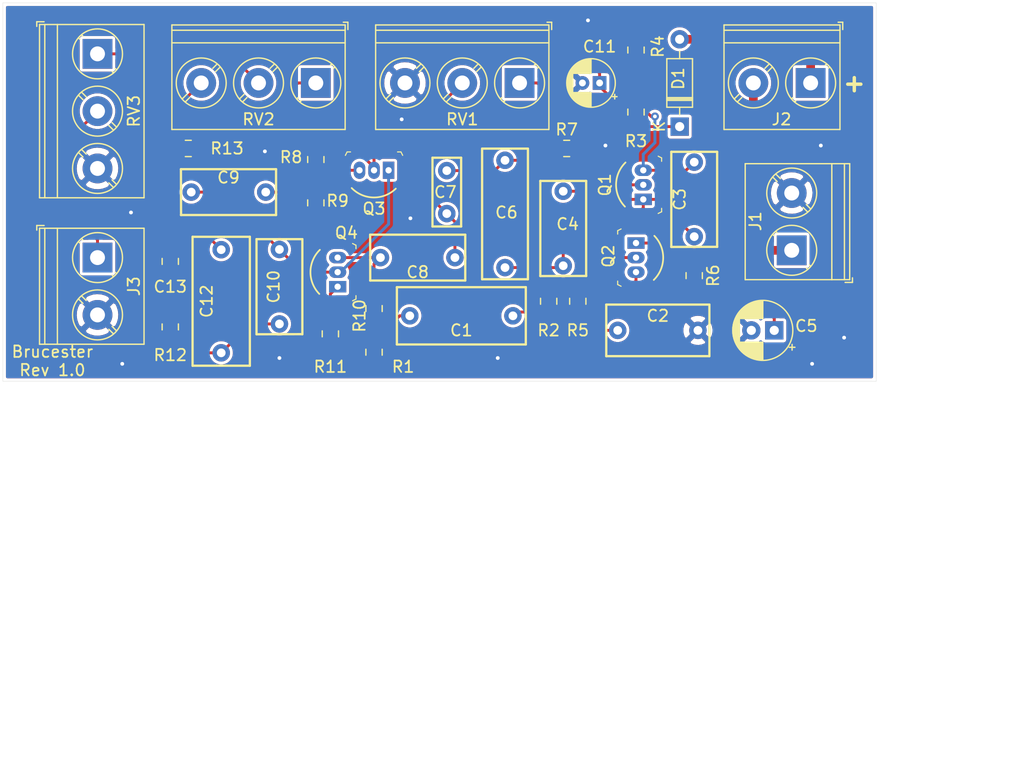
<source format=kicad_pcb>
(kicad_pcb (version 20171130) (host pcbnew "(5.1.0-0)")
  (layers (0 F.Cu signal) (31 B.Cu signal) (34 B.Paste user) (35 F.Paste user) (36 B.SilkS user) (37 F.SilkS user) (38 B.Mask user) (39 F.Mask user) (44 Edge.Cuts user))
  (net 0 "")
  (net 1 "Net-(C1-Pad2)")
  (net 2 "Net-(C1-Pad1)")
  (net 3 GND)
  (net 4 "Net-(C3-Pad1)")
  (net 5 "Net-(C3-Pad2)")
  (net 6 "Net-(C4-Pad1)")
  (net 7 "Net-(C5-Pad1)")
  (net 8 "Net-(C6-Pad2)")
  (net 9 "Net-(C7-Pad1)")
  (net 10 "Net-(C8-Pad1)")
  (net 11 "Net-(C10-Pad2)")
  (net 12 "Net-(C9-Pad2)")
  (net 13 "Net-(C10-Pad1)")
  (net 14 "Net-(C11-Pad1)")
  (net 15 "Net-(C12-Pad1)")
  (net 16 "Net-(C13-Pad2)")
  (net 17 "Net-(D1-Pad2)")
  (net 18 "Net-(J1-Pad1)")
  (net 19 "Net-(J3-Pad1)")
  (net 20 "Net-(Q2-Pad3)")
  (net 21 "Net-(Q4-Pad1)")
  (net 22 "Net-(RV2-Pad2)")
  (module brucester_parts:C_Rect_L11.25mm_W5.0mm_P9.0mm (layer F.Cu) (at 167.005 103.505 180)
    (fp_text reference C1 (at 0 -1.27) (layer F.SilkS))
    (fp_text value 0.01uF)
    (pad 2 thru_hole circle (at 4.5 0 180) (size 1.524 1.524) (drill 0.762) (layers *.Cu *.Mask) (net 1 "Net-(C1-Pad2)"))
    (pad 1 thru_hole circle (at -4.5 0 180) (size 1.524 1.524) (drill 0.762) (layers *.Cu *.Mask) (net 2 "Net-(C1-Pad1)"))
  )
  (module brucester_parts:C_Rect_L9.0mm_W4.5mm_P7.0mm (layer F.Cu) (at 184.15 104.775 180)
    (fp_text reference C2 (at 0 1.27) (layer F.SilkS))
    (fp_text value 24pF)
    (pad 2 thru_hole circle (at 3.5 0 180) (size 1.524 1.524) (drill 0.762) (layers *.Cu *.Mask) (net 2 "Net-(C1-Pad1)"))
    (pad 1 thru_hole circle (at -3.5 0 180) (size 1.524 1.524) (drill 0.762) (layers *.Cu *.Mask) (net 3 GND))
  )
  (module brucester_parts:C_Rect_L8.3mm_W4.0mm_P6.5mm (layer F.Cu) (at 187.325 93.345 90)
    (fp_text reference C3 (at 0 -1.27 90) (layer F.SilkS))
    (fp_text value 0.1uF)
    (pad 1 thru_hole circle (at -3.25 0 90) (size 1.524 1.524) (drill 0.762) (layers *.Cu *.Mask) (net 4 "Net-(C3-Pad1)"))
    (pad 2 thru_hole circle (at 3.25 0 90) (size 1.524 1.524) (drill 0.762) (layers *.Cu *.Mask) (net 5 "Net-(C3-Pad2)"))
  )
  (module brucester_parts:C_Rect_L8.3mm_W4.0mm_P6.5mm (layer F.Cu) (at 175.895 95.885 90)
    (fp_text reference C4 (at 0.381 0.381 180) (layer F.SilkS))
    (fp_text value 0.1uF)
    (pad 2 thru_hole circle (at 3.25 0 90) (size 1.524 1.524) (drill 0.762) (layers *.Cu *.Mask) (net 4 "Net-(C3-Pad1)"))
    (pad 1 thru_hole circle (at -3.25 0 90) (size 1.524 1.524) (drill 0.762) (layers *.Cu *.Mask) (net 6 "Net-(C4-Pad1)"))
  )
  (module Capacitor_THT:CP_Radial_D5.0mm_P2.00mm (layer F.Cu) (at 194.31 104.775 180)
    (fp_text reference C5 (at -2.794 0.381 180) (layer F.SilkS))
    (fp_text value 22uF)
    (pad 1 thru_hole rect (at 0 0 180) (size 1.6 1.6) (drill 0.8) (layers *.Cu *.Mask) (net 7 "Net-(C5-Pad1)"))
    (pad 2 thru_hole circle (at 2 0 180) (size 1.6 1.6) (drill 0.8) (layers *.Cu *.Mask) (net 3 GND))
  )
  (module brucester_parts:C_Rect_L10.75mm_W4.0mm_P9.25mm (layer F.Cu) (at 170.815 94.615 90)
    (fp_text reference C6 (at 0.127 0.127 180) (layer F.SilkS))
    (fp_text value 470pF)
    (pad 2 thru_hole circle (at 4.681 0 90) (size 1.524 1.524) (drill 0.762) (layers *.Cu *.Mask) (net 8 "Net-(C6-Pad2)"))
    (pad 1 thru_hole circle (at -4.681 0 90) (size 1.524 1.524) (drill 0.762) (layers *.Cu *.Mask) (net 6 "Net-(C4-Pad1)"))
  )
  (module brucester_parts:C_Rect_L4.0mm_W2.5mm_P3.75mm (layer F.Cu) (at 165.735 92.71 90)
    (fp_text reference C7 (at 0 -0.127 180) (layer F.SilkS))
    (fp_text value 0.001uF)
    (pad 2 thru_hole circle (at 1.875 0 90) (size 1.524 1.524) (drill 0.762) (layers *.Cu *.Mask) (net 8 "Net-(C6-Pad2)"))
    (pad 1 thru_hole circle (at -1.875 0 90) (size 1.524 1.524) (drill 0.762) (layers *.Cu *.Mask) (net 9 "Net-(C7-Pad1)"))
  )
  (module brucester_parts:C_Rect_L8.3mm_W4.0mm_P6.5mm (layer F.Cu) (at 163.195 98.425)
    (fp_text reference C8 (at 0 1.27 180) (layer F.SilkS))
    (fp_text value 0.1uF)
    (pad 1 thru_hole circle (at -3.25 0) (size 1.524 1.524) (drill 0.762) (layers *.Cu *.Mask) (net 10 "Net-(C8-Pad1)"))
    (pad 2 thru_hole circle (at 3.25 0) (size 1.524 1.524) (drill 0.762) (layers *.Cu *.Mask) (net 9 "Net-(C7-Pad1)"))
  )
  (module brucester_parts:C_Rect_L8.3mm_W4.0mm_P6.5mm (layer F.Cu) (at 146.685 92.71)
    (fp_text reference C9 (at 0 -1.27) (layer F.SilkS))
    (fp_text value 0.1uF)
    (pad 1 thru_hole circle (at -3.25 0) (size 1.524 1.524) (drill 0.762) (layers *.Cu *.Mask) (net 11 "Net-(C10-Pad2)"))
    (pad 2 thru_hole circle (at 3.25 0) (size 1.524 1.524) (drill 0.762) (layers *.Cu *.Mask) (net 12 "Net-(C9-Pad2)"))
  )
  (module brucester_parts:C_Rect_L8.3mm_W4.0mm_P6.5mm (layer F.Cu) (at 151.13 100.965 90)
    (fp_text reference C10 (at 0 -0.508 90) (layer F.SilkS))
    (fp_text value 0.1uF)
    (pad 2 thru_hole circle (at 3.25 0 90) (size 1.524 1.524) (drill 0.762) (layers *.Cu *.Mask) (net 11 "Net-(C10-Pad2)"))
    (pad 1 thru_hole circle (at -3.25 0 90) (size 1.524 1.524) (drill 0.762) (layers *.Cu *.Mask) (net 13 "Net-(C10-Pad1)"))
  )
  (module Capacitor_THT:CP_Radial_D4.0mm_P1.50mm (layer F.Cu) (at 179.07 83.185 180)
    (fp_text reference C11 (at 0 3.175 180) (layer F.SilkS))
    (fp_text value 10uF)
    (pad 1 thru_hole rect (at 0 0 180) (size 1.2 1.2) (drill 0.6) (layers *.Cu *.Mask) (net 14 "Net-(C11-Pad1)"))
    (pad 2 thru_hole circle (at 1.5 0 180) (size 1.2 1.2) (drill 0.6) (layers *.Cu *.Mask) (net 3 GND))
  )
  (module brucester_parts:C_Rect_L11.25mm_W5.0mm_P9.0mm (layer F.Cu) (at 146.05 102.235 270)
    (fp_text reference C12 (at 0 1.27 270) (layer F.SilkS))
    (fp_text value 0.01uF)
    (pad 1 thru_hole circle (at -4.5 0 270) (size 1.524 1.524) (drill 0.762) (layers *.Cu *.Mask) (net 15 "Net-(C12-Pad1)"))
    (pad 2 thru_hole circle (at 4.5 0 270) (size 1.524 1.524) (drill 0.762) (layers *.Cu *.Mask) (net 13 "Net-(C10-Pad1)"))
  )
  (module Capacitor_SMD:C_0805_2012Metric (layer F.Cu) (at 141.605 98.7575 270)
    (fp_text reference C13 (at 2.2075 0) (layer F.SilkS))
    (fp_text value 0.022uF)
    (pad 1 smd roundrect (at -0.9375 0 270) (size 0.975 1.4) (layers F.Cu F.Paste F.Mask) (net 3 GND))
    (pad 2 smd roundrect (at 0.9375 0 270) (size 0.975 1.4) (layers F.Cu F.Paste F.Mask) (net 16 "Net-(C13-Pad2)"))
  )
  (module Diode_THT:D_DO-35_SOD27_P7.62mm_Horizontal (layer F.Cu) (at 186.055 86.995 90)
    (fp_text reference D1 (at 4.191 -0.127 90) (layer F.SilkS))
    (fp_text value 1N4148)
    (fp_text user K (at 0 -1.8 90) (layer F.SilkS))
    (pad 1 thru_hole rect (at 0 0 90) (size 1.6 1.6) (drill 0.8) (layers *.Cu *.Mask) (net 14 "Net-(C11-Pad1)"))
    (pad 2 thru_hole oval (at 7.62 0 90) (size 1.6 1.6) (drill 0.8) (layers *.Cu *.Mask) (net 17 "Net-(D1-Pad2)"))
  )
  (module TerminalBlock_Phoenix:TerminalBlock_Phoenix_PT-1,5-2-5.0-H_1x02_P5.00mm_Horizontal (layer F.Cu) (at 195.834 97.79 90)
    (fp_text reference J1 (at 2.54 -3.175 90) (layer F.SilkS))
    (fp_text value "Stereo Jack Input")
    (pad 2 thru_hole circle (at 5 0 90) (size 2.6 2.6) (drill 1.3) (layers *.Cu *.Mask) (net 3 GND))
    (pad 1 thru_hole rect (at 0 0 90) (size 2.6 2.6) (drill 1.3) (layers *.Cu *.Mask) (net 18 "Net-(J1-Pad1)"))
  )
  (module TerminalBlock_Phoenix:TerminalBlock_Phoenix_PT-1,5-2-5.0-H_1x02_P5.00mm_Horizontal (layer F.Cu) (at 197.485 83.185 180)
    (fp_text reference J2 (at 2.54 -3.175 180) (layer F.SilkS))
    (fp_text value "Power Input")
    (pad 1 thru_hole rect (at 0 0 180) (size 2.6 2.6) (drill 1.3) (layers *.Cu *.Mask) (net 17 "Net-(D1-Pad2)"))
    (pad 2 thru_hole circle (at 5 0 180) (size 2.6 2.6) (drill 1.3) (layers *.Cu *.Mask) (net 18 "Net-(J1-Pad1)"))
  )
  (module TerminalBlock_Phoenix:TerminalBlock_Phoenix_PT-1,5-2-5.0-H_1x02_P5.00mm_Horizontal (layer F.Cu) (at 135.255 98.425 270)
    (fp_text reference J3 (at 2.5 -3.175 270) (layer F.SilkS))
    (fp_text value "Circuit Output")
    (pad 1 thru_hole rect (at 0 0 270) (size 2.6 2.6) (drill 1.3) (layers *.Cu *.Mask) (net 19 "Net-(J3-Pad1)"))
    (pad 2 thru_hole circle (at 5 0 270) (size 2.6 2.6) (drill 1.3) (layers *.Cu *.Mask) (net 3 GND))
  )
  (module digikey-footprints:TO-92-3 (layer F.Cu) (at 182.88 93.345 90)
    (fp_text reference Q1 (at 1.27 -3.35 90) (layer F.SilkS))
    (fp_text value 2N5457_NonStock)
    (pad 1 thru_hole rect (at 0 0 270) (size 1 1.5) (drill 0.55) (layers *.Cu *.Mask) (net 4 "Net-(C3-Pad1)"))
    (pad 3 thru_hole oval (at 2.54 0 270) (size 1 1.5) (drill 0.55) (layers *.Cu *.Mask) (net 5 "Net-(C3-Pad2)"))
    (pad 2 thru_hole oval (at 1.27 0 270) (size 1 1.5) (drill 0.55) (layers *.Cu *.Mask) (net 14 "Net-(C11-Pad1)"))
  )
  (module digikey-footprints:TO-92-3 (layer F.Cu) (at 182.245 97.155 270)
    (fp_text reference Q2 (at 1.143 2.413 270) (layer F.SilkS))
    (fp_text value 2N5457_NonStock)
    (pad 2 thru_hole oval (at 1.27 0 90) (size 1 1.5) (drill 0.55) (layers *.Cu *.Mask) (net 4 "Net-(C3-Pad1)"))
    (pad 3 thru_hole oval (at 2.54 0 90) (size 1 1.5) (drill 0.55) (layers *.Cu *.Mask) (net 20 "Net-(Q2-Pad3)"))
    (pad 1 thru_hole rect (at 0 0 90) (size 1 1.5) (drill 0.55) (layers *.Cu *.Mask) (net 7 "Net-(C5-Pad1)"))
  )
  (module digikey-footprints:TO-92-3 (layer F.Cu) (at 160.655 90.805 180)
    (fp_text reference Q3 (at 1.27 -3.35 180) (layer F.SilkS))
    (fp_text value 2N5457_NonStock)
    (pad 1 thru_hole rect (at 0 0) (size 1 1.5) (drill 0.55) (layers *.Cu *.Mask) (net 11 "Net-(C10-Pad2)"))
    (pad 3 thru_hole oval (at 2.54 0) (size 1 1.5) (drill 0.55) (layers *.Cu *.Mask) (net 12 "Net-(C9-Pad2)"))
    (pad 2 thru_hole oval (at 1.27 0) (size 1 1.5) (drill 0.55) (layers *.Cu *.Mask) (net 14 "Net-(C11-Pad1)"))
  )
  (module digikey-footprints:TO-92-3 (layer F.Cu) (at 156.21 100.965 90)
    (fp_text reference Q4 (at 4.699 0.762 180) (layer F.SilkS))
    (fp_text value 2N5457_NonStock)
    (pad 2 thru_hole oval (at 1.27 0 270) (size 1 1.5) (drill 0.55) (layers *.Cu *.Mask) (net 11 "Net-(C10-Pad2)"))
    (pad 3 thru_hole oval (at 2.54 0 270) (size 1 1.5) (drill 0.55) (layers *.Cu *.Mask) (net 10 "Net-(C8-Pad1)"))
    (pad 1 thru_hole rect (at 0 0 270) (size 1 1.5) (drill 0.55) (layers *.Cu *.Mask) (net 21 "Net-(Q4-Pad1)"))
  )
  (module Resistor_SMD:R_0805_2012Metric (layer F.Cu) (at 159.385 106.68 270)
    (fp_text reference R1 (at 1.27 -2.54) (layer F.SilkS))
    (fp_text value 1M)
    (pad 1 smd roundrect (at -0.9375 0 270) (size 0.975 1.4) (layers F.Cu F.Paste F.Mask) (net 1 "Net-(C1-Pad2)"))
    (pad 2 smd roundrect (at 0.9375 0 270) (size 0.975 1.4) (layers F.Cu F.Paste F.Mask) (net 3 GND))
  )
  (module Resistor_SMD:R_0805_2012Metric (layer F.Cu) (at 174.625 102.235 90)
    (fp_text reference R2 (at -2.54 0) (layer F.SilkS))
    (fp_text value 1M)
    (pad 2 smd roundrect (at 0.9375 0 90) (size 0.975 1.4) (layers F.Cu F.Paste F.Mask) (net 3 GND))
    (pad 1 smd roundrect (at -0.9375 0 90) (size 0.975 1.4) (layers F.Cu F.Paste F.Mask) (net 2 "Net-(C1-Pad1)"))
  )
  (module Resistor_SMD:R_0805_2012Metric (layer F.Cu) (at 182.245 85.725 90)
    (fp_text reference R3 (at -2.54 0 180) (layer F.SilkS))
    (fp_text value 1M)
    (pad 1 smd roundrect (at -0.9375 0 90) (size 0.975 1.4) (layers F.Cu F.Paste F.Mask) (net 14 "Net-(C11-Pad1)"))
    (pad 2 smd roundrect (at 0.9375 0 90) (size 0.975 1.4) (layers F.Cu F.Paste F.Mask) (net 5 "Net-(C3-Pad2)"))
  )
  (module Resistor_SMD:R_0805_2012Metric (layer F.Cu) (at 182.245 80.3125 90)
    (fp_text reference R4 (at 0.3025 1.905 90) (layer F.SilkS))
    (fp_text value 1M)
    (pad 2 smd roundrect (at 0.9375 0 90) (size 0.975 1.4) (layers F.Cu F.Paste F.Mask) (net 3 GND))
    (pad 1 smd roundrect (at -0.9375 0 90) (size 0.975 1.4) (layers F.Cu F.Paste F.Mask) (net 5 "Net-(C3-Pad2)"))
  )
  (module Resistor_SMD:R_0805_2012Metric (layer F.Cu) (at 177.165 102.235 270)
    (fp_text reference R5 (at 2.54 0) (layer F.SilkS))
    (fp_text value 33K)
    (pad 1 smd roundrect (at -0.9375 0 270) (size 0.975 1.4) (layers F.Cu F.Paste F.Mask) (net 20 "Net-(Q2-Pad3)"))
    (pad 2 smd roundrect (at 0.9375 0 270) (size 0.975 1.4) (layers F.Cu F.Paste F.Mask) (net 2 "Net-(C1-Pad1)"))
  )
  (module Resistor_SMD:R_0805_2012Metric (layer F.Cu) (at 187.325 99.9975 270)
    (fp_text reference R6 (at 0 -1.65 270) (layer F.SilkS))
    (fp_text value 100)
    (pad 2 smd roundrect (at 0.9375 0 270) (size 0.975 1.4) (layers F.Cu F.Paste F.Mask) (net 3 GND))
    (pad 1 smd roundrect (at -0.9375 0 270) (size 0.975 1.4) (layers F.Cu F.Paste F.Mask) (net 7 "Net-(C5-Pad1)"))
  )
  (module Resistor_SMD:R_0805_2012Metric (layer F.Cu) (at 176.1975 88.9)
    (fp_text reference R7 (at 0 -1.65) (layer F.SilkS))
    (fp_text value 470K)
    (pad 1 smd roundrect (at -0.9375 0) (size 0.975 1.4) (layers F.Cu F.Paste F.Mask) (net 8 "Net-(C6-Pad2)"))
    (pad 2 smd roundrect (at 0.9375 0) (size 0.975 1.4) (layers F.Cu F.Paste F.Mask) (net 6 "Net-(C4-Pad1)"))
  )
  (module Resistor_SMD:R_0805_2012Metric (layer F.Cu) (at 154.305 89.8675 270)
    (fp_text reference R8 (at -0.2055 2.159) (layer F.SilkS))
    (fp_text value 1M)
    (pad 1 smd roundrect (at -0.9375 0 270) (size 0.975 1.4) (layers F.Cu F.Paste F.Mask) (net 14 "Net-(C11-Pad1)"))
    (pad 2 smd roundrect (at 0.9375 0 270) (size 0.975 1.4) (layers F.Cu F.Paste F.Mask) (net 12 "Net-(C9-Pad2)"))
  )
  (module Resistor_SMD:R_0805_2012Metric (layer F.Cu) (at 154.305 93.6475 270)
    (fp_text reference R9 (at -0.1755 -1.905) (layer F.SilkS))
    (fp_text value 1M)
    (pad 2 smd roundrect (at 0.9375 0 270) (size 0.975 1.4) (layers F.Cu F.Paste F.Mask) (net 3 GND))
    (pad 1 smd roundrect (at -0.9375 0 270) (size 0.975 1.4) (layers F.Cu F.Paste F.Mask) (net 12 "Net-(C9-Pad2)"))
  )
  (module Resistor_SMD:R_0805_2012Metric (layer F.Cu) (at 159.385 102.87 270)
    (fp_text reference R10 (at 0.635 1.27 90) (layer F.SilkS))
    (fp_text value 1M)
    (pad 2 smd roundrect (at 0.9375 0 270) (size 0.975 1.4) (layers F.Cu F.Paste F.Mask) (net 3 GND))
    (pad 1 smd roundrect (at -0.9375 0 270) (size 0.975 1.4) (layers F.Cu F.Paste F.Mask) (net 10 "Net-(C8-Pad1)"))
  )
  (module Resistor_SMD:R_0805_2012Metric (layer F.Cu) (at 155.575 105.0775 270)
    (fp_text reference R11 (at 2.8725 0) (layer F.SilkS))
    (fp_text value 100)
    (pad 1 smd roundrect (at -0.9375 0 270) (size 0.975 1.4) (layers F.Cu F.Paste F.Mask) (net 21 "Net-(Q4-Pad1)"))
    (pad 2 smd roundrect (at 0.9375 0 270) (size 0.975 1.4) (layers F.Cu F.Paste F.Mask) (net 3 GND))
  )
  (module Resistor_SMD:R_0805_2012Metric (layer F.Cu) (at 141.605 104.4725 90)
    (fp_text reference R12 (at -2.4615 0 180) (layer F.SilkS))
    (fp_text value 39K)
    (pad 2 smd roundrect (at 0.9375 0 90) (size 0.975 1.4) (layers F.Cu F.Paste F.Mask) (net 16 "Net-(C13-Pad2)"))
    (pad 1 smd roundrect (at -0.9375 0 90) (size 0.975 1.4) (layers F.Cu F.Paste F.Mask) (net 13 "Net-(C10-Pad1)"))
  )
  (module Resistor_SMD:R_0805_2012Metric (layer F.Cu) (at 143.1775 88.9 180)
    (fp_text reference R13 (at -3.3805 0 180) (layer F.SilkS))
    (fp_text value 47K)
    (pad 1 smd roundrect (at -0.9375 0 180) (size 0.975 1.4) (layers F.Cu F.Paste F.Mask) (net 3 GND))
    (pad 2 smd roundrect (at 0.9375 0 180) (size 0.975 1.4) (layers F.Cu F.Paste F.Mask) (net 15 "Net-(C12-Pad1)"))
  )
  (module TerminalBlock_Phoenix:TerminalBlock_Phoenix_PT-1,5-3-5.0-H_1x03_P5.00mm_Horizontal (layer F.Cu) (at 172.085 83.185 180)
    (fp_text reference RV1 (at 5 -3.175 180) (layer F.SilkS))
    (fp_text value "Drive 500K")
    (pad 1 thru_hole rect (at 0 0 180) (size 2.6 2.6) (drill 1.3) (layers *.Cu *.Mask) (net 8 "Net-(C6-Pad2)"))
    (pad 2 thru_hole circle (at 5 0 180) (size 2.6 2.6) (drill 1.3) (layers *.Cu *.Mask) (net 9 "Net-(C7-Pad1)"))
    (pad 3 thru_hole circle (at 10 0 180) (size 2.6 2.6) (drill 1.3) (layers *.Cu *.Mask) (net 3 GND))
  )
  (module TerminalBlock_Phoenix:TerminalBlock_Phoenix_PT-1,5-3-5.0-H_1x03_P5.00mm_Horizontal (layer F.Cu) (at 154.305 83.185 180)
    (fp_text reference RV2 (at 5 -3.175 180) (layer F.SilkS))
    (fp_text value "Tone 100K-L")
    (pad 3 thru_hole circle (at 10 0 180) (size 2.6 2.6) (drill 1.3) (layers *.Cu *.Mask) (net 16 "Net-(C13-Pad2)"))
    (pad 2 thru_hole circle (at 5 0 180) (size 2.6 2.6) (drill 1.3) (layers *.Cu *.Mask) (net 22 "Net-(RV2-Pad2)"))
    (pad 1 thru_hole rect (at 0 0 180) (size 2.6 2.6) (drill 1.3) (layers *.Cu *.Mask) (net 15 "Net-(C12-Pad1)"))
  )
  (module TerminalBlock_Phoenix:TerminalBlock_Phoenix_PT-1,5-3-5.0-H_1x03_P5.00mm_Horizontal (layer F.Cu) (at 135.255 80.645 270)
    (fp_text reference RV3 (at 5 -3.175 270) (layer F.SilkS))
    (fp_text value "Volume 100K-A")
    (pad 1 thru_hole rect (at 0 0 270) (size 2.6 2.6) (drill 1.3) (layers *.Cu *.Mask) (net 22 "Net-(RV2-Pad2)"))
    (pad 2 thru_hole circle (at 5 0 270) (size 2.6 2.6) (drill 1.3) (layers *.Cu *.Mask) (net 19 "Net-(J3-Pad1)"))
    (pad 3 thru_hole circle (at 10 0 270) (size 2.6 2.6) (drill 1.3) (layers *.Cu *.Mask) (net 3 GND))
  )
  (gr_text "Brucester\nRev 1.0" (at 131.318 107.442) (layer F.SilkS) (effects (font (size 1 1))))
  (gr_line (start 127 109.22) (end 127 76.2) (layer Edge.Cuts) (width 0.0254))
  (gr_line (start 203.2 109.22) (end 127 109.22) (layer Edge.Cuts) (width 0.0254))
  (gr_line (start 203.2 76.2) (end 203.2 109.22) (layer Edge.Cuts) (width 0.0254))
  (gr_line (start 127 76.2) (end 203.2 76.2) (layer Edge.Cuts) (width 0.0254))
  (gr_text + (at 201.295 83.185) (layer F.SilkS) (effects (font (size 1.5 1.5) (thickness 0.3))))
  (segment (start 161.6225 103.505) (end 162.505 103.505) (width 0.254) (layer F.Cu) (net 1))
  (segment (start 159.385 105.7425) (end 161.6225 103.505) (width 0.254) (layer F.Cu) (net 1))
  (segment (start 171.8375 103.1725) (end 171.505 103.505) (width 0.254) (layer F.Cu) (net 2))
  (segment (start 174.625 103.1725) (end 171.8375 103.1725) (width 0.254) (layer F.Cu) (net 2))
  (segment (start 179.57237 104.775) (end 180.65 104.775) (width 0.254) (layer F.Cu) (net 2))
  (segment (start 178.18 104.775) (end 179.57237 104.775) (width 0.254) (layer F.Cu) (net 2))
  (segment (start 177.165 103.76) (end 178.18 104.775) (width 0.254) (layer F.Cu) (net 2))
  (segment (start 177.165 103.1725) (end 177.165 103.76) (width 0.254) (layer F.Cu) (net 2))
  (segment (start 174.625 103.1725) (end 177.165 103.1725) (width 0.254) (layer F.Cu) (net 2))
  (via (at 200.406 105.41) (size 0.6858) (drill 0.3302) (layers F.Cu B.Cu) (net 3))
  (via (at 197.612 107.696) (size 0.6858) (drill 0.3302) (layers F.Cu B.Cu) (net 3))
  (via (at 178.054 77.724) (size 0.6858) (drill 0.3302) (layers F.Cu B.Cu) (net 3))
  (via (at 179.578 88.646) (size 0.6858) (drill 0.3302) (layers F.Cu B.Cu) (net 3))
  (via (at 162.56 94.996) (size 0.6858) (drill 0.3302) (layers F.Cu B.Cu) (net 3))
  (via (at 149.86 89.154) (size 0.6858) (drill 0.3302) (layers F.Cu B.Cu) (net 3))
  (via (at 151.13 107.188) (size 0.6858) (drill 0.3302) (layers F.Cu B.Cu) (net 3))
  (via (at 138.176 94.488) (size 0.6858) (drill 0.3302) (layers F.Cu B.Cu) (net 3))
  (via (at 137.414 107.696) (size 0.6858) (drill 0.3302) (layers F.Cu B.Cu) (net 3))
  (via (at 161.798 86.36) (size 0.6858) (drill 0.3302) (layers F.Cu B.Cu) (net 3))
  (via (at 170.18 107.188) (size 0.6858) (drill 0.3302) (layers F.Cu B.Cu) (net 3))
  (via (at 198.374 88.646) (size 0.6858) (drill 0.3302) (layers F.Cu B.Cu) (net 3))
  (segment (start 181.876 93.345) (end 182.88 93.345) (width 0.254) (layer F.Cu) (net 4))
  (segment (start 177.68263 93.345) (end 181.876 93.345) (width 0.254) (layer F.Cu) (net 4))
  (segment (start 176.97263 92.635) (end 177.68263 93.345) (width 0.254) (layer F.Cu) (net 4))
  (segment (start 175.895 92.635) (end 176.97263 92.635) (width 0.254) (layer F.Cu) (net 4))
  (segment (start 181.241 98.425) (end 180.34 97.524) (width 0.254) (layer F.Cu) (net 4))
  (segment (start 182.245 98.425) (end 181.241 98.425) (width 0.254) (layer F.Cu) (net 4))
  (segment (start 182.88 94.099) (end 182.88 93.345) (width 0.254) (layer F.Cu) (net 4))
  (segment (start 180.34 96.639) (end 182.88 94.099) (width 0.254) (layer F.Cu) (net 4))
  (segment (start 180.34 97.524) (end 180.34 96.639) (width 0.254) (layer F.Cu) (net 4))
  (segment (start 184.075 93.345) (end 187.325 96.595) (width 0.254) (layer F.Cu) (net 4))
  (segment (start 182.88 93.345) (end 184.075 93.345) (width 0.254) (layer F.Cu) (net 4))
  (segment (start 186.615 90.805) (end 187.325 90.095) (width 0.254) (layer F.Cu) (net 5))
  (segment (start 182.88 90.805) (end 186.615 90.805) (width 0.254) (layer F.Cu) (net 5))
  (segment (start 182.245 84.2) (end 182.245 81.25) (width 0.254) (layer F.Cu) (net 5))
  (segment (start 182.245 84.7875) (end 182.245 84.2) (width 0.254) (layer F.Cu) (net 5))
  (segment (start 182.88 90.805) (end 182.88 89.408) (width 0.254) (layer B.Cu) (net 5))
  (segment (start 182.88 89.408) (end 183.896 88.392) (width 0.254) (layer B.Cu) (net 5))
  (via (at 183.896 86.106) (size 0.6858) (drill 0.3302) (layers F.Cu B.Cu) (net 5))
  (segment (start 183.896 88.392) (end 183.896 86.106) (width 0.254) (layer B.Cu) (net 5))
  (segment (start 183.5635 86.106) (end 182.245 84.7875) (width 0.254) (layer F.Cu) (net 5))
  (segment (start 183.896 86.106) (end 183.5635 86.106) (width 0.254) (layer F.Cu) (net 5))
  (segment (start 175.734 99.296) (end 175.895 99.135) (width 0.254) (layer F.Cu) (net 6))
  (segment (start 170.815 99.296) (end 175.734 99.296) (width 0.254) (layer F.Cu) (net 6))
  (segment (start 176.578763 89.456237) (end 177.135 88.9) (width 0.254) (layer F.Cu) (net 6))
  (segment (start 174.751999 91.283001) (end 176.578763 89.456237) (width 0.254) (layer F.Cu) (net 6))
  (segment (start 174.751999 96.914369) (end 174.751999 91.283001) (width 0.254) (layer F.Cu) (net 6))
  (segment (start 175.895 98.05737) (end 174.751999 96.914369) (width 0.254) (layer F.Cu) (net 6))
  (segment (start 175.895 99.135) (end 175.895 98.05737) (width 0.254) (layer F.Cu) (net 6))
  (segment (start 187.881237 99.616237) (end 190.205237 99.616237) (width 0.254) (layer F.Cu) (net 7))
  (segment (start 194.31 103.721) (end 194.31 104.775) (width 0.254) (layer F.Cu) (net 7))
  (segment (start 190.205237 99.616237) (end 194.31 103.721) (width 0.254) (layer F.Cu) (net 7))
  (segment (start 187.325 99.06) (end 187.881237 99.616237) (width 0.254) (layer F.Cu) (net 7))
  (segment (start 185.42 97.155) (end 187.325 99.06) (width 0.254) (layer F.Cu) (net 7))
  (segment (start 182.245 97.155) (end 185.42 97.155) (width 0.254) (layer F.Cu) (net 7))
  (segment (start 169.914 90.835) (end 170.815 89.934) (width 0.254) (layer F.Cu) (net 8))
  (segment (start 165.735 90.835) (end 169.914 90.835) (width 0.254) (layer F.Cu) (net 8))
  (segment (start 174.226 89.934) (end 175.26 88.9) (width 0.254) (layer F.Cu) (net 8))
  (segment (start 170.815 89.934) (end 174.226 89.934) (width 0.254) (layer F.Cu) (net 8))
  (segment (start 173.639 83.185) (end 172.085 83.185) (width 0.254) (layer F.Cu) (net 8))
  (segment (start 175.26 84.806) (end 173.639 83.185) (width 0.254) (layer F.Cu) (net 8))
  (segment (start 175.26 88.9) (end 175.26 84.806) (width 0.254) (layer F.Cu) (net 8))
  (segment (start 166.445 95.295) (end 165.735 94.585) (width 0.254) (layer F.Cu) (net 9))
  (segment (start 166.445 98.425) (end 166.445 95.295) (width 0.254) (layer F.Cu) (net 9))
  (segment (start 165.785001 84.484999) (end 167.085 83.185) (width 0.254) (layer F.Cu) (net 9))
  (segment (start 164.338 85.932) (end 165.785001 84.484999) (width 0.254) (layer F.Cu) (net 9))
  (segment (start 164.338 93.188) (end 164.338 85.932) (width 0.254) (layer F.Cu) (net 9))
  (segment (start 165.735 94.585) (end 164.338 93.188) (width 0.254) (layer F.Cu) (net 9))
  (segment (start 159.385 98.985) (end 159.945 98.425) (width 0.254) (layer F.Cu) (net 10))
  (segment (start 159.385 101.9325) (end 159.385 98.985) (width 0.254) (layer F.Cu) (net 10))
  (segment (start 157.214 98.425) (end 159.945 98.425) (width 0.254) (layer F.Cu) (net 10))
  (segment (start 156.21 98.425) (end 157.214 98.425) (width 0.254) (layer F.Cu) (net 10))
  (segment (start 146.125 92.71) (end 151.13 97.715) (width 0.254) (layer F.Cu) (net 11))
  (segment (start 143.435 92.71) (end 146.125 92.71) (width 0.254) (layer F.Cu) (net 11))
  (segment (start 153.11 99.695) (end 156.21 99.695) (width 0.254) (layer F.Cu) (net 11))
  (segment (start 151.13 97.715) (end 153.11 99.695) (width 0.254) (layer F.Cu) (net 11))
  (segment (start 160.655 91.809) (end 160.655 90.805) (width 0.254) (layer B.Cu) (net 11))
  (segment (start 160.655 95.5) (end 160.655 91.809) (width 0.254) (layer B.Cu) (net 11))
  (segment (start 156.46 99.695) (end 160.655 95.5) (width 0.254) (layer B.Cu) (net 11))
  (segment (start 156.21 99.695) (end 156.46 99.695) (width 0.254) (layer B.Cu) (net 11))
  (segment (start 154.305 92.71) (end 154.305 90.805) (width 0.254) (layer F.Cu) (net 12))
  (segment (start 155.105 90.805) (end 158.115 90.805) (width 0.254) (layer F.Cu) (net 12))
  (segment (start 154.305 90.805) (end 155.105 90.805) (width 0.254) (layer F.Cu) (net 12))
  (segment (start 149.935 92.71) (end 154.305 92.71) (width 0.254) (layer F.Cu) (net 12))
  (segment (start 148.57 104.215) (end 146.05 106.735) (width 0.254) (layer F.Cu) (net 13))
  (segment (start 151.13 104.215) (end 148.57 104.215) (width 0.254) (layer F.Cu) (net 13))
  (segment (start 142.93 106.735) (end 141.605 105.41) (width 0.254) (layer F.Cu) (net 13))
  (segment (start 146.05 106.735) (end 142.93 106.735) (width 0.254) (layer F.Cu) (net 13))
  (segment (start 157.76 88.93) (end 155.105 88.93) (width 0.254) (layer F.Cu) (net 14))
  (segment (start 155.105 88.93) (end 154.305 88.93) (width 0.254) (layer F.Cu) (net 14))
  (segment (start 159.385 90.555) (end 157.76 88.93) (width 0.254) (layer F.Cu) (net 14))
  (segment (start 159.385 90.805) (end 159.385 90.555) (width 0.254) (layer F.Cu) (net 14))
  (segment (start 179.07 82.331) (end 179.07 83.185) (width 0.254) (layer F.Cu) (net 14))
  (segment (start 175.987 79.248) (end 179.07 82.331) (width 0.254) (layer F.Cu) (net 14))
  (segment (start 159.385 90.805) (end 159.385 89.801) (width 0.254) (layer F.Cu) (net 14))
  (segment (start 161.036 79.248) (end 175.987 79.248) (width 0.254) (layer F.Cu) (net 14))
  (segment (start 158.75 81.534) (end 161.036 79.248) (width 0.254) (layer F.Cu) (net 14))
  (segment (start 159.385 89.801) (end 158.75 89.166) (width 0.254) (layer F.Cu) (net 14))
  (segment (start 158.75 89.166) (end 158.75 81.534) (width 0.254) (layer F.Cu) (net 14))
  (segment (start 182.5775 86.995) (end 182.245 86.6625) (width 0.254) (layer F.Cu) (net 14))
  (segment (start 186.055 86.995) (end 182.5775 86.995) (width 0.254) (layer F.Cu) (net 14))
  (segment (start 179.07 83.4875) (end 179.07 83.185) (width 0.254) (layer F.Cu) (net 14))
  (segment (start 182.245 86.6625) (end 179.07 83.4875) (width 0.254) (layer F.Cu) (net 14))
  (segment (start 181.688763 87.218737) (end 182.245 86.6625) (width 0.254) (layer F.Cu) (net 14))
  (segment (start 181.688763 91.887763) (end 181.688763 87.218737) (width 0.254) (layer F.Cu) (net 14))
  (segment (start 181.876 92.075) (end 181.688763 91.887763) (width 0.254) (layer F.Cu) (net 14))
  (segment (start 182.88 92.075) (end 181.876 92.075) (width 0.254) (layer F.Cu) (net 14))
  (segment (start 142.24 88.9) (end 144.018 87.122) (width 0.254) (layer F.Cu) (net 15))
  (segment (start 152.751 83.185) (end 154.305 83.185) (width 0.254) (layer F.Cu) (net 15))
  (segment (start 148.814 87.122) (end 152.751 83.185) (width 0.254) (layer F.Cu) (net 15))
  (segment (start 144.018 87.122) (end 148.814 87.122) (width 0.254) (layer F.Cu) (net 15))
  (segment (start 145.288001 96.973001) (end 143.963001 96.973001) (width 0.254) (layer F.Cu) (net 15))
  (segment (start 146.05 97.735) (end 145.288001 96.973001) (width 0.254) (layer F.Cu) (net 15))
  (segment (start 142.24 95.25) (end 142.24 88.9) (width 0.254) (layer F.Cu) (net 15))
  (segment (start 143.963001 96.973001) (end 142.24 95.25) (width 0.254) (layer F.Cu) (net 15))
  (segment (start 141.605 102.9475) (end 141.605 99.695) (width 0.254) (layer F.Cu) (net 16))
  (segment (start 141.605 103.535) (end 141.605 102.9475) (width 0.254) (layer F.Cu) (net 16))
  (segment (start 140.208 87.282) (end 143.005001 84.484999) (width 0.254) (layer F.Cu) (net 16))
  (segment (start 140.208 98.298) (end 140.208 87.282) (width 0.254) (layer F.Cu) (net 16))
  (segment (start 143.005001 84.484999) (end 144.305 83.185) (width 0.254) (layer F.Cu) (net 16))
  (segment (start 141.605 99.695) (end 140.208 98.298) (width 0.254) (layer F.Cu) (net 16))
  (segment (start 197.485 81.123) (end 197.485 83.185) (width 0.762) (layer F.Cu) (net 17))
  (segment (start 195.737 79.375) (end 197.485 81.123) (width 0.762) (layer F.Cu) (net 17))
  (segment (start 186.055 79.375) (end 195.737 79.375) (width 0.762) (layer F.Cu) (net 17))
  (segment (start 192.485 96.503) (end 192.485 83.185) (width 0.762) (layer F.Cu) (net 18))
  (segment (start 193.772 97.79) (end 192.485 96.503) (width 0.762) (layer F.Cu) (net 18))
  (segment (start 195.834 97.79) (end 193.772 97.79) (width 0.762) (layer F.Cu) (net 18))
  (segment (start 135.255 85.645) (end 132.334 88.566) (width 0.254) (layer F.Cu) (net 19))
  (segment (start 135.255 96.871) (end 135.255 98.425) (width 0.254) (layer F.Cu) (net 19))
  (segment (start 132.334 93.95) (end 135.255 96.871) (width 0.254) (layer F.Cu) (net 19))
  (segment (start 132.334 88.566) (end 132.334 93.95) (width 0.254) (layer F.Cu) (net 19))
  (segment (start 182.245 100.449) (end 182.245 99.695) (width 0.254) (layer F.Cu) (net 20))
  (segment (start 181.3965 101.2975) (end 182.245 100.449) (width 0.254) (layer F.Cu) (net 20))
  (segment (start 177.165 101.2975) (end 181.3965 101.2975) (width 0.254) (layer F.Cu) (net 20))
  (segment (start 155.575 101.6) (end 156.21 100.965) (width 0.254) (layer F.Cu) (net 21))
  (segment (start 155.575 104.14) (end 155.575 101.6) (width 0.254) (layer F.Cu) (net 21))
  (segment (start 146.765 80.645) (end 149.305 83.185) (width 0.254) (layer F.Cu) (net 22))
  (segment (start 135.255 80.645) (end 146.765 80.645) (width 0.254) (layer F.Cu) (net 22))
  (zone (net 3) (net_name GND) (layer F.Cu) (connect_pads (clearance 0.254)) (min_thickness 0.254) (fill yes (arc_segments 32) (thermal_gap 0.508) (thermal_bridge_width 0.508))
    (polygon (pts (xy 126.746 109.474) (xy 126.746 75.946) (xy 203.454 75.946) (xy 203.454 109.474)))
  )
  (zone (net 3) (net_name GND) (layer B.Cu) (connect_pads (clearance 0.254)) (min_thickness 0.254) (fill yes (arc_segments 32) (thermal_gap 0.508) (thermal_bridge_width 0.508))
    (polygon (pts (xy 126.746 109.474) (xy 126.746 75.946) (xy 203.454 75.946) (xy 203.454 109.474)))
  )
)
</source>
